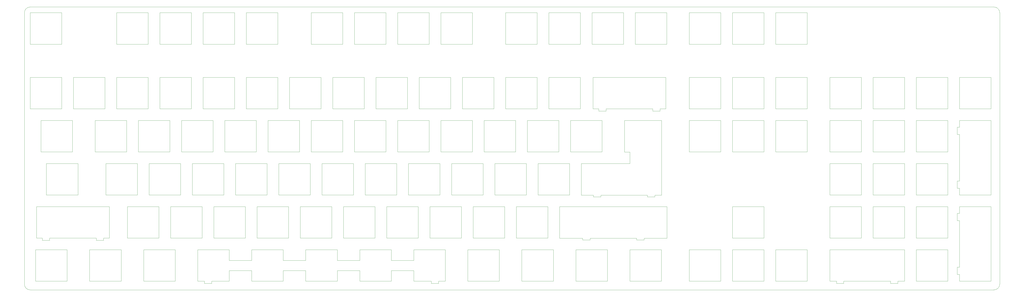
<source format=gto>
G04 #@! TF.GenerationSoftware,KiCad,Pcbnew,(5.1.5)-3*
G04 #@! TF.CreationDate,2021-02-16T22:22:21+09:00*
G04 #@! TF.ProjectId,topplate,746f7070-6c61-4746-952e-6b696361645f,rev?*
G04 #@! TF.SameCoordinates,Original*
G04 #@! TF.FileFunction,Legend,Top*
G04 #@! TF.FilePolarity,Positive*
%FSLAX46Y46*%
G04 Gerber Fmt 4.6, Leading zero omitted, Abs format (unit mm)*
G04 Created by KiCad (PCBNEW (5.1.5)-3) date 2021-02-16 22:22:21*
%MOMM*%
%LPD*%
G04 APERTURE LIST*
%ADD10C,0.010000*%
%ADD11C,2.302000*%
G04 APERTURE END LIST*
D10*
X273715510Y-78741000D02*
X226378510Y-78741000D01*
X263596510Y-93491400D02*
X263596510Y-92740400D01*
X273715510Y-92740400D02*
X273715510Y-78741000D01*
X260296510Y-92740400D02*
X260296510Y-93491400D01*
X263596510Y-92740400D02*
X273715510Y-92740400D01*
X260296510Y-93491400D02*
X263596510Y-93491400D01*
X239796510Y-92740400D02*
X260296510Y-92740400D01*
X239796510Y-93491400D02*
X239796510Y-92740400D01*
X236497510Y-93491400D02*
X239796510Y-93491400D01*
X236497510Y-92740400D02*
X236497510Y-93491400D01*
X226378510Y-92740400D02*
X236497510Y-92740400D01*
X226378510Y-78741000D02*
X226378510Y-92740400D01*
X271334510Y-73690300D02*
X271334510Y-40641000D01*
X265058510Y-73690300D02*
X265058510Y-74441400D01*
X268359510Y-73690300D02*
X271334510Y-73690300D01*
X271334510Y-40641000D02*
X254953510Y-40641000D01*
X244557510Y-73690300D02*
X265058510Y-73690300D01*
X268359510Y-74441400D02*
X268359510Y-73690300D01*
X265058510Y-74441400D02*
X268359510Y-74441400D01*
X257333510Y-54640300D02*
X257333510Y-59691000D01*
X235903510Y-73690300D02*
X241258510Y-73690300D01*
X257333510Y-59691000D02*
X235903510Y-59691000D01*
X244557510Y-74441400D02*
X244557510Y-73690300D01*
X241258510Y-74441400D02*
X244557510Y-74441400D01*
X235903510Y-59691000D02*
X235903510Y-73690300D01*
X254953510Y-54640300D02*
X257333510Y-54640300D01*
X254953510Y-40641000D02*
X254953510Y-54640300D01*
X241258510Y-73690300D02*
X241258510Y-74441400D01*
X402592510Y-81716300D02*
X402592510Y-78741000D01*
X401622510Y-46816100D02*
X402592510Y-46816100D01*
X401622510Y-43616400D02*
X401622510Y-46816100D01*
X402592510Y-43616400D02*
X401622510Y-43616400D01*
X402592510Y-40641000D02*
X402592510Y-43616400D01*
X345442510Y-97789800D02*
X345442510Y-111691420D01*
X114458510Y-97789800D02*
X114458510Y-102491600D01*
X348416510Y-111691420D02*
X348416510Y-112661560D01*
X345442510Y-111691420D02*
X348416510Y-111691420D01*
X80733910Y-97789800D02*
X66833710Y-97789800D01*
X90647510Y-102491600D02*
X80733910Y-102491600D01*
X138272510Y-102491600D02*
X128358510Y-102491600D01*
X104547510Y-102491600D02*
X104547510Y-97789800D01*
X114458510Y-102491600D02*
X104547510Y-102491600D01*
X90647510Y-97789800D02*
X90647510Y-102491600D01*
X128358510Y-102491600D02*
X128358510Y-97789800D01*
X104547510Y-97789800D02*
X90647510Y-97789800D01*
X128358510Y-97789800D02*
X114458510Y-97789800D01*
X80733910Y-102491600D02*
X80733910Y-97789800D01*
X348416510Y-112661560D02*
X351616510Y-112661560D01*
X173008510Y-111691420D02*
X175983510Y-111691420D01*
X169809510Y-111691420D02*
X169809510Y-112661560D01*
X138272510Y-111691420D02*
X152172510Y-111691420D01*
X128358510Y-106990920D02*
X138272510Y-106990920D01*
X173008510Y-112661560D02*
X173008510Y-111691420D01*
X175983510Y-97789800D02*
X162083510Y-97789800D01*
X152172510Y-111691420D02*
X152172510Y-106990920D01*
X175983510Y-111691420D02*
X175983510Y-97789800D01*
X162083510Y-106990920D02*
X162083510Y-111691420D01*
X114458510Y-106990920D02*
X114458510Y-111691420D01*
X138272510Y-97789800D02*
X138272510Y-102491600D01*
X169809510Y-112661560D02*
X173008510Y-112661560D01*
X114458510Y-111691420D02*
X128358510Y-111691420D01*
X152172510Y-97789800D02*
X138272510Y-97789800D01*
X152172510Y-102491600D02*
X152172510Y-97789800D01*
X162083510Y-102491600D02*
X152172510Y-102491600D01*
X162083510Y-97789800D02*
X162083510Y-102491600D01*
X162083510Y-111691420D02*
X169809510Y-111691420D01*
X152172510Y-106990920D02*
X162083510Y-106990920D01*
X104547510Y-111691420D02*
X104547510Y-106990920D01*
X104547510Y-106990920D02*
X114458510Y-106990920D01*
X128358510Y-111691420D02*
X128358510Y-106990920D01*
X138272510Y-106990920D02*
X138272510Y-111691420D01*
X66833710Y-111691420D02*
X69809010Y-111691420D01*
X80733910Y-106990920D02*
X90647510Y-106990920D01*
X80733910Y-111691420D02*
X80733910Y-106990920D01*
X66833710Y-97789800D02*
X66833710Y-111691420D01*
X69809010Y-111691420D02*
X69809010Y-112661560D01*
X90647510Y-111691420D02*
X104547510Y-111691420D01*
X73008710Y-111691420D02*
X80733910Y-111691420D01*
X69809010Y-112661560D02*
X73008710Y-112661560D01*
X73008710Y-112661560D02*
X73008710Y-111691420D01*
X90647510Y-106990920D02*
X90647510Y-111691420D01*
X364492510Y-54541500D02*
X364492510Y-40641000D01*
X359341510Y-54541500D02*
X345442510Y-54541500D01*
X345442510Y-40641000D02*
X359341510Y-40641000D01*
X321628510Y-40641000D02*
X335527510Y-40641000D01*
X378391510Y-40641000D02*
X378391510Y-54541500D01*
X335527510Y-54541500D02*
X321628510Y-54541500D01*
X397441510Y-54541500D02*
X383542510Y-54541500D01*
X383542510Y-40641000D02*
X397441510Y-40641000D01*
X345442510Y-54541500D02*
X345442510Y-40641000D01*
X302578510Y-54541500D02*
X302578510Y-40641000D01*
X297427510Y-54541500D02*
X283528510Y-54541500D01*
X316477510Y-54541500D02*
X302578510Y-54541500D01*
X302578510Y-40641000D02*
X316477510Y-40641000D01*
X359341510Y-40641000D02*
X359341510Y-54541500D01*
X316477510Y-40641000D02*
X316477510Y-54541500D01*
X283528510Y-54541500D02*
X283528510Y-40641000D01*
X335527510Y-40641000D02*
X335527510Y-54541500D01*
X321628510Y-54541500D02*
X321628510Y-40641000D01*
X397441510Y-40641000D02*
X397441510Y-54541500D01*
X383542510Y-54541500D02*
X383542510Y-40641000D01*
X378391510Y-54541500D02*
X364492510Y-54541500D01*
X364492510Y-40641000D02*
X378391510Y-40641000D01*
X116841510Y-40641000D02*
X130741510Y-40641000D01*
X59691410Y-40641000D02*
X73591510Y-40641000D01*
X-2221130Y-54541500D02*
X-2221130Y-40641000D01*
X193041510Y-40641000D02*
X206941510Y-40641000D01*
X111691510Y-54541500D02*
X97789510Y-54541500D01*
X-2221130Y-40641000D02*
X11677810Y-40641000D01*
X92641510Y-54541500D02*
X78741410Y-54541500D01*
X40641410Y-54541500D02*
X40641410Y-40641000D01*
X231141510Y-54541500D02*
X231141510Y-40641000D01*
X245040510Y-54541500D02*
X231141510Y-54541500D01*
X245040510Y-40641000D02*
X245040510Y-54541500D01*
X231141510Y-40641000D02*
X245040510Y-40641000D01*
X212091510Y-54541500D02*
X212091510Y-40641000D01*
X225991510Y-40641000D02*
X225991510Y-54541500D01*
X97789510Y-40641000D02*
X111691510Y-40641000D01*
X206941510Y-54541500D02*
X193041510Y-54541500D01*
X11677810Y-54541500D02*
X-2221130Y-54541500D01*
X187891510Y-40641000D02*
X187891510Y-54541500D01*
X173991510Y-40641000D02*
X187891510Y-40641000D01*
X154941510Y-40641000D02*
X168841510Y-40641000D01*
X130741510Y-40641000D02*
X130741510Y-54541500D01*
X135891510Y-40641000D02*
X149791510Y-40641000D01*
X59691410Y-54541500D02*
X59691410Y-40641000D01*
X116841510Y-54541500D02*
X116841510Y-40641000D01*
X111691510Y-40641000D02*
X111691510Y-54541500D01*
X21591410Y-40641000D02*
X35491510Y-40641000D01*
X11677810Y-40641000D02*
X11677810Y-54541500D01*
X149791510Y-54541500D02*
X135891510Y-54541500D01*
X78741410Y-40641000D02*
X92641510Y-40641000D01*
X54541510Y-54541500D02*
X40641410Y-54541500D01*
X40641410Y-40641000D02*
X54541510Y-40641000D01*
X154941510Y-54541500D02*
X154941510Y-40641000D01*
X135891510Y-54541500D02*
X135891510Y-40641000D01*
X97789510Y-54541500D02*
X97789510Y-40641000D01*
X149791510Y-40641000D02*
X149791510Y-54541500D01*
X206941510Y-40641000D02*
X206941510Y-54541500D01*
X21591410Y-54541500D02*
X21591410Y-40641000D01*
X416491510Y-40641000D02*
X402592510Y-40641000D01*
X212091510Y-40641000D02*
X225991510Y-40641000D01*
X168841510Y-54541500D02*
X154941510Y-54541500D01*
X168841510Y-40641000D02*
X168841510Y-54541500D01*
X187891510Y-54541500D02*
X173991510Y-54541500D01*
X225991510Y-54541500D02*
X212091510Y-54541500D01*
X130741510Y-54541500D02*
X116841510Y-54541500D01*
X35491510Y-40641000D02*
X35491510Y-54541500D01*
X193041510Y-54541500D02*
X193041510Y-40641000D01*
X173991510Y-54541500D02*
X173991510Y-40641000D01*
X73591510Y-40641000D02*
X73591510Y-54541500D01*
X54541510Y-40641000D02*
X54541510Y-54541500D01*
X73591510Y-54541500D02*
X59691410Y-54541500D01*
X35491510Y-54541500D02*
X21591410Y-54541500D01*
X297427510Y-40641000D02*
X297427510Y-54541500D01*
X283528510Y-40641000D02*
X297427510Y-40641000D01*
X92641510Y-40641000D02*
X92641510Y-54541500D01*
X78741410Y-54541500D02*
X78741410Y-40641000D01*
X364492510Y-73591500D02*
X364492510Y-59691000D01*
X416491510Y-73591500D02*
X416491510Y-40641000D01*
X378391510Y-59691000D02*
X378391510Y-73591500D01*
X211702510Y-59691000D02*
X211702510Y-73591500D01*
X230752510Y-59691000D02*
X230752510Y-73591500D01*
X159703510Y-59691000D02*
X173602510Y-59691000D01*
X364492510Y-59691000D02*
X378391510Y-59691000D01*
X359341510Y-73591500D02*
X345442510Y-73591500D01*
X173602510Y-59691000D02*
X173602510Y-73591500D01*
X159703510Y-73591500D02*
X159703510Y-59691000D01*
X402592510Y-73591500D02*
X416491510Y-73591500D01*
X402592510Y-70616200D02*
X402592510Y-73591500D01*
X197803510Y-59691000D02*
X211702510Y-59691000D01*
X397441510Y-73591500D02*
X383542510Y-73591500D01*
X378391510Y-73591500D02*
X364492510Y-73591500D01*
X192652510Y-73591500D02*
X178753510Y-73591500D01*
X216853510Y-73591500D02*
X216853510Y-59691000D01*
X345442510Y-59691000D02*
X359341510Y-59691000D01*
X401622510Y-70616200D02*
X402592510Y-70616200D01*
X401622510Y-67416500D02*
X401622510Y-70616200D01*
X402592510Y-46816100D02*
X402592510Y-67416500D01*
X397441510Y-59691000D02*
X397441510Y-73591500D01*
X383542510Y-59691000D02*
X397441510Y-59691000D01*
X178753510Y-73591500D02*
X178753510Y-59691000D01*
X230752510Y-73591500D02*
X216853510Y-73591500D01*
X197803510Y-73591500D02*
X197803510Y-59691000D01*
X173602510Y-73591500D02*
X159703510Y-73591500D01*
X383542510Y-73591500D02*
X383542510Y-59691000D01*
X345442510Y-73591500D02*
X345442510Y-59691000D01*
X359341510Y-59691000D02*
X359341510Y-73591500D01*
X216853510Y-59691000D02*
X230752510Y-59691000D01*
X211702510Y-73591500D02*
X197803510Y-73591500D01*
X178753510Y-59691000D02*
X192652510Y-59691000D01*
X402592510Y-67416500D02*
X401622510Y-67416500D01*
X192652510Y-59691000D02*
X192652510Y-73591500D01*
X154552510Y-59691000D02*
X154552510Y-73591500D01*
X135502510Y-59691000D02*
X135502510Y-73591500D01*
X83503910Y-73591500D02*
X83503910Y-59691000D01*
X78352610Y-73591500D02*
X64453910Y-73591500D01*
X154552510Y-73591500D02*
X140653510Y-73591500D01*
X40252610Y-73591500D02*
X26353910Y-73591500D01*
X140653510Y-59691000D02*
X154552510Y-59691000D01*
X83503910Y-59691000D02*
X97402510Y-59691000D01*
X121603510Y-59691000D02*
X135502510Y-59691000D01*
X102553510Y-73591500D02*
X102553510Y-59691000D01*
X116452510Y-73591500D02*
X102553510Y-73591500D01*
X45403910Y-73591500D02*
X45403910Y-59691000D01*
X102553510Y-59691000D02*
X116452510Y-59691000D01*
X14059010Y-73591500D02*
X158740Y-73591500D01*
X158740Y-73591500D02*
X158740Y-59691000D01*
X64453910Y-59691000D02*
X78352610Y-59691000D01*
X59302610Y-73591500D02*
X45403910Y-73591500D01*
X59302610Y-59691000D02*
X59302610Y-73591500D01*
X45403910Y-59691000D02*
X59302610Y-59691000D01*
X26353910Y-73591500D02*
X26353910Y-59691000D01*
X14059010Y-59691000D02*
X14059010Y-73591500D01*
X158740Y-59691000D02*
X14059010Y-59691000D01*
X64453910Y-73591500D02*
X64453910Y-59691000D01*
X116452510Y-59691000D02*
X116452510Y-73591500D01*
X121603510Y-73591500D02*
X121603510Y-59691000D01*
X135502510Y-73591500D02*
X121603510Y-73591500D01*
X97402510Y-73591500D02*
X83503910Y-73591500D01*
X26353910Y-59691000D02*
X40252610Y-59691000D01*
X97402510Y-59691000D02*
X97402510Y-73591500D01*
X78352610Y-59691000D02*
X78352610Y-73591500D01*
X40252610Y-59691000D02*
X40252610Y-73591500D01*
X140653510Y-73591500D02*
X140653510Y-59691000D01*
X383542510Y-92641400D02*
X383542510Y-78741000D01*
X383542510Y-78741000D02*
X397441510Y-78741000D01*
X345442510Y-78741000D02*
X359341510Y-78741000D01*
X359341510Y-92641400D02*
X345442510Y-92641400D01*
X364492510Y-92641400D02*
X364492510Y-78741000D01*
X202177510Y-78741000D02*
X202177510Y-92641400D01*
X378391510Y-78741000D02*
X378391510Y-92641400D01*
X207328510Y-92641400D02*
X207328510Y-78741000D01*
X221227510Y-92641400D02*
X207328510Y-92641400D01*
X302578510Y-78741000D02*
X316477510Y-78741000D01*
X397441510Y-92641400D02*
X383542510Y-92641400D01*
X221227510Y-78741000D02*
X221227510Y-92641400D01*
X397441510Y-78741000D02*
X397441510Y-92641400D01*
X359341510Y-78741000D02*
X359341510Y-92641400D01*
X207328510Y-78741000D02*
X221227510Y-78741000D01*
X378391510Y-92641400D02*
X364492510Y-92641400D01*
X188278510Y-92641400D02*
X188278510Y-78741000D01*
X364492510Y-78741000D02*
X378391510Y-78741000D01*
X345442510Y-92641400D02*
X345442510Y-78741000D01*
X316477510Y-92641400D02*
X302578510Y-92641400D01*
X302578510Y-92641400D02*
X302578510Y-78741000D01*
X316477510Y-78741000D02*
X316477510Y-92641400D01*
X188278510Y-78741000D02*
X202177510Y-78741000D01*
X202177510Y-92641400D02*
X188278510Y-92641400D01*
X150178510Y-78741000D02*
X164077510Y-78741000D01*
X131128510Y-92641400D02*
X131128510Y-78741000D01*
X112078510Y-92641400D02*
X112078510Y-78741000D01*
X125977510Y-92641400D02*
X112078510Y-92641400D01*
X68827610Y-78741000D02*
X68827610Y-92641400D01*
X125977510Y-78741000D02*
X125977510Y-92641400D01*
X73978910Y-92641400D02*
X73978910Y-78741000D01*
X68827610Y-92641400D02*
X54928910Y-92641400D01*
X35878910Y-78741000D02*
X49777610Y-78741000D01*
X169228510Y-92641400D02*
X169228510Y-78741000D01*
X164077510Y-78741000D02*
X164077510Y-92641400D01*
X73978910Y-78741000D02*
X87877610Y-78741000D01*
X183127510Y-78741000D02*
X183127510Y-92641400D01*
X150178510Y-92641400D02*
X150178510Y-78741000D01*
X54928910Y-78741000D02*
X68827610Y-78741000D01*
X183127510Y-92641400D02*
X169228510Y-92641400D01*
X54928910Y-92641400D02*
X54928910Y-78741000D01*
X106927510Y-92641400D02*
X93028510Y-92641400D01*
X169228510Y-78741000D02*
X183127510Y-78741000D01*
X164077510Y-92641400D02*
X150178510Y-92641400D01*
X145027510Y-92641400D02*
X131128510Y-92641400D01*
X49777610Y-78741000D02*
X49777610Y-92641400D01*
X145027510Y-78741000D02*
X145027510Y-92641400D01*
X131128510Y-78741000D02*
X145027510Y-78741000D01*
X106927510Y-78741000D02*
X106927510Y-92641400D01*
X93028510Y-78741000D02*
X106927510Y-78741000D01*
X87877610Y-78741000D02*
X87877610Y-92641400D01*
X87877610Y-92641400D02*
X73978910Y-92641400D01*
X112078510Y-78741000D02*
X125977510Y-78741000D01*
X35878910Y-92641400D02*
X35878910Y-78741000D01*
X93028510Y-92641400D02*
X93028510Y-78741000D01*
X49777610Y-92641400D02*
X35878910Y-92641400D01*
X27922010Y-78741000D02*
X-4177920Y-78741000D01*
X1572610Y-92641400D02*
X22172910Y-92641400D01*
X22172910Y-92641400D02*
X22172910Y-93611600D01*
X1572610Y-93611600D02*
X1572610Y-92641400D01*
X27922010Y-78741000D02*
X27922010Y-92641400D01*
X25372710Y-92641400D02*
X27922010Y-92641400D01*
X22172910Y-93611600D02*
X25372710Y-93611600D01*
X25372710Y-93611600D02*
X25372710Y-92641400D01*
X401622510Y-108716250D02*
X402592510Y-108716250D01*
X-4177920Y-78741000D02*
X-4177920Y-92641400D01*
X416491510Y-78741000D02*
X402592510Y-78741000D01*
X402592510Y-108716250D02*
X402592510Y-111691420D01*
X416491510Y-111691420D02*
X416491510Y-78741000D01*
X-1627190Y-93611600D02*
X1572610Y-93611600D01*
X-1627190Y-92641400D02*
X-1627190Y-93611600D01*
X402592510Y-111691420D02*
X416491510Y-111691420D01*
X-4177920Y-92641400D02*
X-1627190Y-92641400D01*
X401622510Y-81716300D02*
X401622510Y-84916100D01*
X316477510Y-111691420D02*
X302578510Y-111691420D01*
X397441510Y-97789800D02*
X397441510Y-111691420D01*
X383542510Y-97789800D02*
X397441510Y-97789800D01*
X302578510Y-111691420D02*
X302578510Y-97789800D01*
X397441510Y-111691420D02*
X383542510Y-111691420D01*
X401622510Y-105516420D02*
X401622510Y-108716250D01*
X321628510Y-111691420D02*
X321628510Y-97789800D01*
X402592510Y-105516420D02*
X401622510Y-105516420D01*
X402592510Y-81716300D02*
X401622510Y-81716300D01*
X401622510Y-84916100D02*
X402592510Y-84916100D01*
X335527510Y-111691420D02*
X321628510Y-111691420D01*
X335527510Y-97789800D02*
X335527510Y-111691420D01*
X383542510Y-111691420D02*
X383542510Y-97789800D01*
X402592510Y-84916100D02*
X402592510Y-105516420D01*
X321628510Y-97789800D02*
X335527510Y-97789800D01*
X178366510Y-21591000D02*
X178366510Y-35491500D01*
X202566510Y-35491500D02*
X202566510Y-21591000D01*
X235516510Y-35491500D02*
X221616510Y-35491500D01*
X183516510Y-35491500D02*
X183516510Y-21591000D01*
X164466510Y-21591000D02*
X178366510Y-21591000D01*
X216466510Y-21591000D02*
X216466510Y-35491500D01*
X297427510Y-21591000D02*
X297427510Y-35491500D01*
X283528510Y-21591000D02*
X297427510Y-21591000D01*
X302578510Y-21591000D02*
X316477510Y-21591000D01*
X283528510Y-35491500D02*
X283528510Y-21591000D01*
X216466510Y-35491500D02*
X202566510Y-35491500D01*
X183516510Y-21591000D02*
X197416510Y-21591000D01*
X297427510Y-35491500D02*
X283528510Y-35491500D01*
X221616510Y-21591000D02*
X235516510Y-21591000D01*
X197416510Y-21591000D02*
X197416510Y-35491500D01*
X145416510Y-35491500D02*
X145416510Y-21591000D01*
X221616510Y-35491500D02*
X221616510Y-21591000D01*
X335527510Y-21591000D02*
X335527510Y-35491500D01*
X321628510Y-21591000D02*
X335527510Y-21591000D01*
X302578510Y-35491500D02*
X302578510Y-21591000D01*
X316477510Y-35491500D02*
X302578510Y-35491500D01*
X316477510Y-21591000D02*
X316477510Y-35491500D01*
X164466510Y-35491500D02*
X164466510Y-21591000D01*
X178366510Y-35491500D02*
X164466510Y-35491500D01*
X159316510Y-35491500D02*
X145416510Y-35491500D01*
X235516510Y-21591000D02*
X235516510Y-35491500D01*
X197416510Y-35491500D02*
X183516510Y-35491500D01*
X202566510Y-21591000D02*
X216466510Y-21591000D01*
X31114910Y-35491500D02*
X31114910Y-21591000D01*
X126366510Y-21591000D02*
X140266510Y-21591000D01*
X121216510Y-21591000D02*
X121216510Y-35491500D01*
X107316510Y-21591000D02*
X121216510Y-21591000D01*
X25966510Y-21591000D02*
X25966510Y-35491500D01*
X83116510Y-21591000D02*
X83116510Y-35491500D01*
X246841510Y-35491500D02*
X267441511Y-35491500D01*
X140266510Y-21591000D02*
X140266510Y-35491500D01*
X88264910Y-35491500D02*
X88264910Y-21591000D01*
X107316510Y-35491500D02*
X107316510Y-21591000D01*
X273190510Y-35491500D02*
X273190510Y-21591000D01*
X243641510Y-36461700D02*
X246841510Y-36461700D01*
X12066410Y-35491500D02*
X12066410Y-21591000D01*
X241090510Y-35491500D02*
X243641510Y-35491500D01*
X241090510Y-21591000D02*
X241090510Y-28991300D01*
X6916710Y-21591000D02*
X6916710Y-35491500D01*
X121216510Y-35491500D02*
X107316510Y-35491500D01*
X69214910Y-35491500D02*
X69214910Y-21591000D01*
X64066510Y-35491500D02*
X50164910Y-35491500D01*
X267441510Y-36461700D02*
X270641510Y-36461700D01*
X102165510Y-21591000D02*
X102165510Y-35491500D01*
X-6985000Y-35491500D02*
X-6985000Y-21591000D01*
X270641510Y-36461700D02*
X270641510Y-35491500D01*
X243641510Y-35491500D02*
X243641510Y-36461700D01*
X126366510Y-35491500D02*
X126366510Y-21591000D01*
X140266510Y-35491500D02*
X126366510Y-35491500D01*
X25966510Y-35491500D02*
X12066410Y-35491500D01*
X102165510Y-35491500D02*
X88264910Y-35491500D01*
X88264910Y-21591000D02*
X102165510Y-21591000D01*
X-6985000Y-21591000D02*
X6916710Y-21591000D01*
X83116510Y-35491500D02*
X69214910Y-35491500D01*
X69214910Y-21591000D02*
X83116510Y-21591000D01*
X45016510Y-35491500D02*
X31114910Y-35491500D01*
X50164910Y-35491500D02*
X50164910Y-21591000D01*
X12066410Y-21591000D02*
X25966510Y-21591000D01*
X267441511Y-35491500D02*
X267441510Y-36461700D01*
X6916710Y-35491500D02*
X-6985000Y-35491500D01*
X273190510Y-21591000D02*
X241090510Y-21591000D01*
X241090510Y-28991300D02*
X241090510Y-35491500D01*
X64066510Y-21591000D02*
X64066510Y-35491500D01*
X50164910Y-21591000D02*
X64066510Y-21591000D01*
X31114910Y-21591000D02*
X45016510Y-21591000D01*
X246841510Y-36461700D02*
X246841510Y-35491500D01*
X45016510Y-21591000D02*
X45016510Y-35491500D01*
X270641510Y-35491500D02*
X273190510Y-35491500D01*
X159316510Y-21591000D02*
X159316510Y-35491500D01*
X145416510Y-21591000D02*
X159316510Y-21591000D01*
X223608510Y-97789800D02*
X223608510Y-111691420D01*
X302578510Y-97789800D02*
X316477510Y-97789800D01*
X283528510Y-111691420D02*
X283528510Y-97789800D01*
X247422510Y-111691420D02*
X233522510Y-111691420D01*
X257333510Y-97789800D02*
X271233510Y-97789800D01*
X199797510Y-97789800D02*
X199797510Y-111691420D01*
X297427510Y-97789800D02*
X297427510Y-111691420D01*
X271233510Y-111691420D02*
X257333510Y-111691420D01*
X247422510Y-97789800D02*
X247422510Y-111691420D01*
X233522510Y-97789800D02*
X247422510Y-97789800D01*
X283528510Y-97789800D02*
X297427510Y-97789800D01*
X209708510Y-111691420D02*
X209708510Y-97789800D01*
X209708510Y-97789800D02*
X223608510Y-97789800D01*
X271233510Y-97789800D02*
X271233510Y-111691420D01*
X316477510Y-97789800D02*
X316477510Y-111691420D01*
X257333510Y-111691420D02*
X257333510Y-97789800D01*
X185897510Y-111691420D02*
X185897510Y-97789800D01*
X199797510Y-111691420D02*
X185897510Y-111691420D01*
X43022610Y-111691420D02*
X43022610Y-97789800D01*
X185897510Y-97789800D02*
X199797510Y-97789800D01*
X297427510Y-111691420D02*
X283528510Y-111691420D01*
X233522510Y-111691420D02*
X233522510Y-97789800D01*
X223608510Y-111691420D02*
X209708510Y-111691420D01*
X375417510Y-111691420D02*
X378391510Y-111691420D01*
X372218510Y-112661560D02*
X375417510Y-112661560D01*
X-4602380Y-97789800D02*
X9297910Y-97789800D01*
X351616510Y-111691420D02*
X372218510Y-111691420D01*
X33108810Y-111691420D02*
X19208710Y-111691420D01*
X19208710Y-97789800D02*
X33108810Y-97789800D01*
X378391510Y-111691420D02*
X378391510Y-97789800D01*
X9297910Y-97789800D02*
X9297910Y-111691420D01*
X375417510Y-112661560D02*
X375417510Y-111691420D01*
X351616510Y-112661560D02*
X351616510Y-111691420D01*
X372218510Y-111691420D02*
X372218510Y-112661560D01*
X56922810Y-111691420D02*
X43022610Y-111691420D01*
X9297910Y-111691420D02*
X-4602380Y-111691420D01*
X56922810Y-97789800D02*
X56922810Y-111691420D01*
X43022610Y-97789800D02*
X56922810Y-97789800D01*
X19208710Y-111691420D02*
X19208710Y-97789800D01*
X33108810Y-97789800D02*
X33108810Y-111691420D01*
X-4602380Y-111691420D02*
X-4602380Y-97789800D01*
X378391510Y-97789800D02*
X345442510Y-97789800D01*
X31114910Y-6917000D02*
X31114910Y6985000D01*
X345442510Y-21591000D02*
X359341510Y-21591000D01*
X45016510Y-6917000D02*
X31114910Y-6917000D01*
X45016510Y6985000D02*
X45016510Y-6917000D01*
X31114910Y6985000D02*
X45016510Y6985000D01*
X6916710Y-6917000D02*
X-6985000Y-6917000D01*
X397441510Y-21591000D02*
X397441510Y-35491500D01*
X364492510Y-35491500D02*
X364492510Y-21591000D01*
X397441510Y-35491500D02*
X383542510Y-35491500D01*
X378391510Y-21591000D02*
X378391510Y-35491500D01*
X383542510Y-21591000D02*
X397441510Y-21591000D01*
X-6985000Y6985000D02*
X6916710Y6985000D01*
X-6985000Y-6917000D02*
X-6985000Y6985000D01*
X6916710Y6985000D02*
X6916710Y-6917000D01*
X64066510Y6985000D02*
X64066510Y-6917000D01*
X383542510Y-35491500D02*
X383542510Y-21591000D01*
X359341510Y-35491500D02*
X345442510Y-35491500D01*
X416491510Y-35491500D02*
X402592510Y-35491500D01*
X416491510Y-21591000D02*
X416491510Y-35491500D01*
X359341510Y-21591000D02*
X359341510Y-35491500D01*
X364492510Y-21591000D02*
X378391510Y-21591000D01*
X335527510Y-35491500D02*
X321628510Y-35491500D01*
X345442510Y-35491500D02*
X345442510Y-21591000D01*
X321628510Y-35491500D02*
X321628510Y-21591000D01*
X378391510Y-35491500D02*
X364492510Y-35491500D01*
X50164910Y6985000D02*
X64066510Y6985000D01*
X402592510Y-35491500D02*
X402592510Y-21591000D01*
X402592510Y-21591000D02*
X416491510Y-21591000D01*
X202566510Y6985000D02*
X216466510Y6985000D01*
X173991510Y-6917000D02*
X173991510Y6985000D01*
X259716510Y6985000D02*
X273616510Y6985000D01*
X83116510Y-6917000D02*
X69214910Y-6917000D01*
X69214910Y6985000D02*
X83116510Y6985000D01*
X335527510Y6985000D02*
X335527510Y-6917000D01*
X321628510Y6985000D02*
X335527510Y6985000D01*
X297427510Y-6917000D02*
X283528510Y-6917000D01*
X221616510Y6985000D02*
X235516510Y6985000D01*
X154941510Y-6917000D02*
X154941510Y6985000D01*
X149790510Y6985000D02*
X149790510Y-6917000D01*
X64066510Y-6917000D02*
X50164910Y-6917000D01*
X149790510Y-6917000D02*
X135891510Y-6917000D01*
X116841510Y6985000D02*
X130740510Y6985000D01*
X102165510Y6985000D02*
X102165510Y-6917000D01*
X302578510Y-6917000D02*
X302578510Y6985000D01*
X283528510Y6985000D02*
X297427510Y6985000D01*
X240666510Y-6917000D02*
X240666510Y6985000D01*
X69214910Y-6917000D02*
X69214910Y6985000D01*
X235516510Y-6917000D02*
X221616510Y-6917000D01*
X154941510Y6985000D02*
X168841510Y6985000D01*
X316477510Y-6917000D02*
X302578510Y-6917000D01*
X202566510Y-6917000D02*
X202566510Y6985000D01*
X135891510Y6985000D02*
X149790510Y6985000D01*
X240666510Y6985000D02*
X254566510Y6985000D01*
X216466510Y-6917000D02*
X202566510Y-6917000D01*
X135891510Y-6917000D02*
X135891510Y6985000D01*
X83116510Y6985000D02*
X83116510Y-6917000D01*
X102165510Y-6917000D02*
X88264910Y-6917000D01*
X187891510Y-6917000D02*
X173991510Y-6917000D01*
X216466510Y6985000D02*
X216466510Y-6917000D01*
X316477510Y6985000D02*
X316477510Y-6917000D01*
X130740510Y6985000D02*
X130740510Y-6917000D01*
X50164910Y-6917000D02*
X50164910Y6985000D01*
X254566510Y-6917000D02*
X240666510Y-6917000D01*
X302578510Y6985000D02*
X316477510Y6985000D01*
X321628510Y-6917000D02*
X321628510Y6985000D01*
X221616510Y-6917000D02*
X221616510Y6985000D01*
X335527510Y-6917000D02*
X321628510Y-6917000D01*
X273616510Y6985000D02*
X273616510Y-6917000D01*
X254566510Y6985000D02*
X254566510Y-6917000D01*
X173991510Y6985000D02*
X187891510Y6985000D01*
X88264910Y-6917000D02*
X88264910Y6985000D01*
X187891510Y6985000D02*
X187891510Y-6917000D01*
X168841510Y6985000D02*
X168841510Y-6917000D01*
X259716510Y-6917000D02*
X259716510Y6985000D01*
X168841510Y-6917000D02*
X154941510Y-6917000D01*
X297427510Y6985000D02*
X297427510Y-6917000D01*
X273616510Y-6917000D02*
X259716510Y-6917000D01*
X116841510Y-6917000D02*
X116841510Y6985000D01*
X283528510Y-6917000D02*
X283528510Y6985000D01*
X235516510Y6985000D02*
X235516510Y-6917000D01*
X130740510Y-6917000D02*
X116841510Y-6917000D01*
X88264910Y6985000D02*
X102165510Y6985000D01*
X420370000Y6985000D02*
X420370000Y-113030000D01*
X420370000Y-113030000D02*
G75*
G02X417830000Y-115570000I-2540000J0D01*
G01*
X-6985000Y-115570000D02*
X417830000Y-115570000D01*
X417830000Y9525000D02*
X-6985000Y9525000D01*
X417830000Y9525000D02*
G75*
G02X420370000Y6985000I0J-2540000D01*
G01*
X-9525000Y-113030000D02*
X-9525000Y6985000D01*
X-6985000Y-115570000D02*
G75*
G02X-9525000Y-113030000I0J2540000D01*
G01*
X-9525000Y6985000D02*
G75*
G02X-6985000Y9525000I2540000J0D01*
G01*
%LPC*%
D11*
X17145000Y5905500D03*
X343535000Y-12700000D03*
X343535000Y5905500D03*
X319405000Y-38100000D03*
X279400000Y5905500D03*
X123825000Y-37465000D03*
X228600000Y-38735000D03*
X228600000Y-95250000D03*
X133350000Y-96520000D03*
X381000000Y-95250000D03*
X17145000Y-39370000D03*
X14224000Y-99250500D03*
X416814000Y5969000D03*
X299974000Y-94996000D03*
X109474000Y5905500D03*
X195580000Y5905500D03*
M02*

</source>
